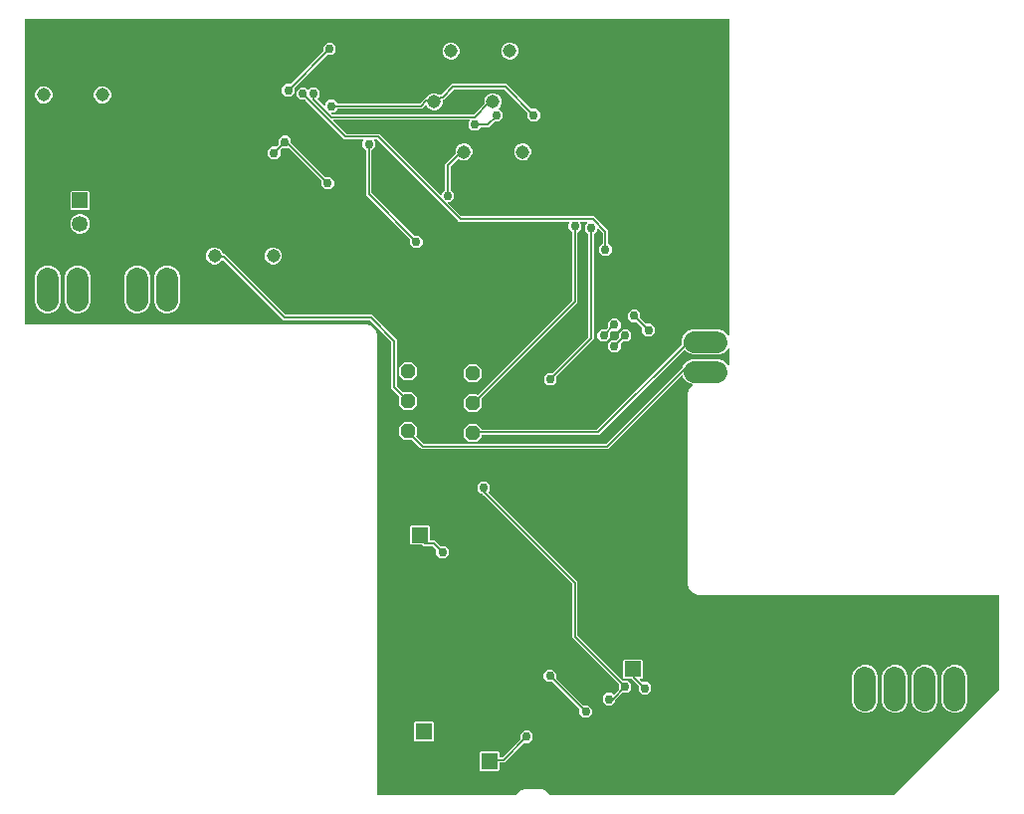
<source format=gbr>
G04 EAGLE Gerber X2 export*
%TF.Part,Single*%
%TF.FileFunction,Copper,L2,Bot,Mixed*%
%TF.FilePolarity,Positive*%
%TF.GenerationSoftware,Autodesk,EAGLE,9.2.2*%
%TF.CreationDate,2019-04-19T13:43:48Z*%
G75*
%MOMM*%
%FSLAX34Y34*%
%LPD*%
%INBottom Copper*%
%AMOC8*
5,1,8,0,0,1.08239X$1,22.5*%
G01*
%ADD10C,1.143000*%
%ADD11R,1.350000X1.350000*%
%ADD12C,1.350000*%
%ADD13P,1.307527X8X292.500000*%
%ADD14C,1.879600*%
%ADD15C,0.152400*%
%ADD16C,0.756400*%

G36*
X428807Y10162D02*
X428807Y10162D01*
X428814Y10161D01*
X428905Y10182D01*
X428997Y10200D01*
X429003Y10204D01*
X429009Y10206D01*
X429085Y10260D01*
X429163Y10313D01*
X429167Y10318D01*
X429172Y10322D01*
X429269Y10474D01*
X429386Y10756D01*
X432244Y13614D01*
X432576Y13751D01*
X433800Y14258D01*
X435025Y14766D01*
X435979Y15161D01*
X450021Y15161D01*
X453756Y13614D01*
X456614Y10756D01*
X456731Y10474D01*
X456734Y10468D01*
X456736Y10462D01*
X456790Y10385D01*
X456842Y10308D01*
X456848Y10304D01*
X456852Y10299D01*
X456931Y10249D01*
X457010Y10197D01*
X457016Y10196D01*
X457022Y10193D01*
X457199Y10161D01*
X750166Y10161D01*
X750174Y10162D01*
X750181Y10161D01*
X750271Y10182D01*
X750362Y10200D01*
X750369Y10205D01*
X750377Y10207D01*
X750525Y10309D01*
X839691Y99475D01*
X839695Y99482D01*
X839701Y99487D01*
X839750Y99565D01*
X839802Y99642D01*
X839803Y99650D01*
X839807Y99657D01*
X839839Y99834D01*
X839839Y179332D01*
X839838Y179337D01*
X839839Y179342D01*
X839818Y179435D01*
X839800Y179529D01*
X839797Y179533D01*
X839796Y179538D01*
X839740Y179616D01*
X839687Y179694D01*
X839683Y179697D01*
X839680Y179701D01*
X839598Y179752D01*
X839519Y179804D01*
X839514Y179804D01*
X839509Y179807D01*
X839332Y179839D01*
X582979Y179839D01*
X579244Y181386D01*
X576386Y184244D01*
X574839Y187979D01*
X574839Y352021D01*
X576386Y355756D01*
X578842Y358211D01*
X578843Y358214D01*
X578846Y358215D01*
X578898Y358296D01*
X578953Y358378D01*
X578953Y358381D01*
X578955Y358383D01*
X578972Y358479D01*
X578990Y358575D01*
X578990Y358578D01*
X578990Y358580D01*
X578969Y358677D01*
X578949Y358771D01*
X578947Y358773D01*
X578947Y358776D01*
X578890Y358856D01*
X578835Y358936D01*
X578832Y358937D01*
X578831Y358939D01*
X578748Y358991D01*
X578665Y359043D01*
X578663Y359044D01*
X578661Y359045D01*
X578483Y359077D01*
X578429Y359077D01*
X574415Y360740D01*
X571342Y363813D01*
X570270Y366400D01*
X570268Y366404D01*
X570267Y366408D01*
X570212Y366487D01*
X570159Y366567D01*
X570155Y366569D01*
X570153Y366572D01*
X570071Y366624D01*
X569991Y366677D01*
X569987Y366678D01*
X569984Y366680D01*
X569889Y366696D01*
X569794Y366714D01*
X569790Y366713D01*
X569786Y366713D01*
X569692Y366691D01*
X569598Y366671D01*
X569595Y366669D01*
X569591Y366668D01*
X569443Y366565D01*
X506915Y304037D01*
X348049Y304037D01*
X346561Y305525D01*
X340324Y311762D01*
X340319Y311765D01*
X340316Y311770D01*
X340236Y311820D01*
X340157Y311873D01*
X340152Y311874D01*
X340147Y311877D01*
X340053Y311893D01*
X339960Y311911D01*
X339955Y311910D01*
X339950Y311911D01*
X339857Y311889D01*
X339764Y311869D01*
X339759Y311866D01*
X339754Y311865D01*
X339711Y311835D01*
X333412Y311835D01*
X328981Y316266D01*
X328981Y322533D01*
X333412Y326964D01*
X339679Y326964D01*
X344111Y322533D01*
X344111Y316266D01*
X343558Y315714D01*
X343555Y315709D01*
X343551Y315706D01*
X343500Y315626D01*
X343447Y315547D01*
X343446Y315541D01*
X343443Y315537D01*
X343427Y315443D01*
X343409Y315350D01*
X343410Y315345D01*
X343409Y315339D01*
X343431Y315247D01*
X343451Y315154D01*
X343454Y315149D01*
X343455Y315144D01*
X343558Y314996D01*
X349795Y308759D01*
X349801Y308755D01*
X349806Y308749D01*
X349884Y308700D01*
X349962Y308648D01*
X349969Y308647D01*
X349976Y308643D01*
X350153Y308611D01*
X504811Y308611D01*
X504818Y308612D01*
X504826Y308611D01*
X504916Y308632D01*
X505007Y308650D01*
X505014Y308655D01*
X505021Y308657D01*
X505169Y308759D01*
X570383Y373973D01*
X570388Y373981D01*
X570396Y373986D01*
X570493Y374138D01*
X571342Y376187D01*
X574415Y379260D01*
X574942Y379478D01*
X576167Y379986D01*
X577391Y380493D01*
X577392Y380493D01*
X578429Y380923D01*
X601571Y380923D01*
X605585Y379260D01*
X608658Y376187D01*
X608863Y375691D01*
X608864Y375690D01*
X608864Y375689D01*
X608867Y375685D01*
X608867Y375682D01*
X608904Y375630D01*
X608919Y375608D01*
X608975Y375525D01*
X608976Y375524D01*
X608977Y375523D01*
X608983Y375519D01*
X608991Y375513D01*
X609057Y375471D01*
X609143Y375415D01*
X609144Y375414D01*
X609145Y375414D01*
X609242Y375396D01*
X609340Y375378D01*
X609341Y375378D01*
X609342Y375378D01*
X609442Y375400D01*
X609536Y375421D01*
X609537Y375421D01*
X609538Y375422D01*
X609618Y375479D01*
X609700Y375536D01*
X609700Y375537D01*
X609701Y375538D01*
X609753Y375620D01*
X609806Y375705D01*
X609807Y375707D01*
X609807Y375708D01*
X609839Y375885D01*
X609839Y389515D01*
X609839Y389516D01*
X609839Y389517D01*
X609820Y389611D01*
X609800Y389711D01*
X609799Y389712D01*
X609799Y389714D01*
X609742Y389796D01*
X609687Y389877D01*
X609686Y389878D01*
X609685Y389879D01*
X609600Y389934D01*
X609519Y389986D01*
X609518Y389987D01*
X609517Y389987D01*
X609418Y390005D01*
X609322Y390022D01*
X609320Y390022D01*
X609319Y390022D01*
X609222Y390000D01*
X609126Y389978D01*
X609125Y389978D01*
X609124Y389977D01*
X609044Y389920D01*
X608963Y389862D01*
X608962Y389861D01*
X608961Y389861D01*
X608863Y389709D01*
X608658Y389213D01*
X605585Y386140D01*
X605231Y385993D01*
X604006Y385486D01*
X602782Y384979D01*
X601571Y384477D01*
X578429Y384477D01*
X574415Y386140D01*
X572169Y388386D01*
X572165Y388389D01*
X572162Y388393D01*
X572081Y388444D01*
X572002Y388497D01*
X571997Y388498D01*
X571993Y388501D01*
X571899Y388517D01*
X571805Y388534D01*
X571800Y388533D01*
X571795Y388534D01*
X571702Y388513D01*
X571609Y388493D01*
X571605Y388490D01*
X571600Y388489D01*
X571452Y388386D01*
X499295Y316229D01*
X399492Y316229D01*
X399487Y316228D01*
X399482Y316229D01*
X399389Y316208D01*
X399296Y316190D01*
X399291Y316187D01*
X399286Y316186D01*
X399208Y316130D01*
X399130Y316077D01*
X399127Y316073D01*
X399123Y316070D01*
X399072Y315988D01*
X399021Y315909D01*
X399020Y315904D01*
X399017Y315899D01*
X398985Y315722D01*
X398985Y314907D01*
X394554Y310476D01*
X388287Y310476D01*
X383855Y314907D01*
X383855Y321174D01*
X388287Y325605D01*
X394554Y325605D01*
X399019Y321140D01*
X399024Y321113D01*
X399027Y321109D01*
X399029Y321104D01*
X399084Y321026D01*
X399137Y320948D01*
X399142Y320945D01*
X399145Y320941D01*
X399226Y320890D01*
X399305Y320838D01*
X399310Y320838D01*
X399315Y320835D01*
X399492Y320803D01*
X497191Y320803D01*
X497198Y320804D01*
X497206Y320803D01*
X497296Y320824D01*
X497387Y320842D01*
X497394Y320847D01*
X497401Y320849D01*
X497549Y320951D01*
X569531Y392933D01*
X569535Y392939D01*
X569541Y392944D01*
X569590Y393022D01*
X569642Y393100D01*
X569643Y393107D01*
X569647Y393114D01*
X569679Y393291D01*
X569679Y397573D01*
X571342Y401587D01*
X574415Y404660D01*
X574852Y404841D01*
X576076Y405348D01*
X577301Y405855D01*
X578429Y406323D01*
X601571Y406323D01*
X605585Y404660D01*
X608658Y401587D01*
X608863Y401091D01*
X608864Y401090D01*
X608864Y401089D01*
X608919Y401008D01*
X608975Y400925D01*
X608976Y400924D01*
X608977Y400923D01*
X609057Y400871D01*
X609143Y400815D01*
X609144Y400814D01*
X609145Y400814D01*
X609242Y400796D01*
X609340Y400778D01*
X609341Y400778D01*
X609342Y400778D01*
X609442Y400800D01*
X609536Y400821D01*
X609537Y400821D01*
X609538Y400822D01*
X609618Y400879D01*
X609700Y400936D01*
X609700Y400937D01*
X609701Y400938D01*
X609753Y401020D01*
X609806Y401105D01*
X609807Y401107D01*
X609807Y401108D01*
X609839Y401285D01*
X609839Y669332D01*
X609838Y669337D01*
X609839Y669342D01*
X609818Y669435D01*
X609800Y669529D01*
X609797Y669533D01*
X609796Y669538D01*
X609740Y669616D01*
X609687Y669694D01*
X609683Y669697D01*
X609680Y669701D01*
X609598Y669752D01*
X609519Y669804D01*
X609514Y669804D01*
X609509Y669807D01*
X609332Y669839D01*
X10668Y669839D01*
X10663Y669838D01*
X10658Y669839D01*
X10565Y669818D01*
X10471Y669800D01*
X10467Y669797D01*
X10462Y669796D01*
X10384Y669740D01*
X10306Y669687D01*
X10303Y669683D01*
X10299Y669680D01*
X10248Y669598D01*
X10196Y669519D01*
X10196Y669514D01*
X10193Y669509D01*
X10161Y669332D01*
X10161Y410668D01*
X10162Y410663D01*
X10161Y410658D01*
X10182Y410565D01*
X10200Y410471D01*
X10203Y410467D01*
X10204Y410462D01*
X10260Y410384D01*
X10313Y410306D01*
X10317Y410303D01*
X10320Y410299D01*
X10402Y410248D01*
X10481Y410196D01*
X10486Y410196D01*
X10491Y410193D01*
X10668Y410161D01*
X302021Y410161D01*
X305756Y408614D01*
X308614Y405756D01*
X310161Y402021D01*
X310161Y10668D01*
X310162Y10663D01*
X310161Y10658D01*
X310182Y10565D01*
X310200Y10471D01*
X310203Y10467D01*
X310204Y10462D01*
X310260Y10384D01*
X310313Y10306D01*
X310317Y10303D01*
X310320Y10299D01*
X310402Y10248D01*
X310481Y10196D01*
X310486Y10196D01*
X310491Y10193D01*
X310668Y10161D01*
X428801Y10161D01*
X428807Y10162D01*
G37*
%LPC*%
G36*
X388287Y335876D02*
X388287Y335876D01*
X383855Y340307D01*
X383855Y346574D01*
X388287Y351005D01*
X394554Y351005D01*
X395188Y350371D01*
X395192Y350368D01*
X395195Y350364D01*
X395275Y350313D01*
X395355Y350260D01*
X395360Y350259D01*
X395364Y350256D01*
X395458Y350240D01*
X395552Y350223D01*
X395557Y350224D01*
X395562Y350223D01*
X395654Y350244D01*
X395748Y350264D01*
X395752Y350267D01*
X395757Y350268D01*
X395905Y350371D01*
X476101Y430567D01*
X476105Y430573D01*
X476111Y430578D01*
X476160Y430656D01*
X476212Y430734D01*
X476213Y430741D01*
X476217Y430748D01*
X476249Y430925D01*
X476249Y488348D01*
X476248Y488356D01*
X476249Y488363D01*
X476228Y488453D01*
X476210Y488544D01*
X476205Y488551D01*
X476203Y488558D01*
X476101Y488706D01*
X473229Y491578D01*
X473229Y495974D01*
X473975Y496719D01*
X473976Y496722D01*
X473978Y496723D01*
X474030Y496803D01*
X474085Y496886D01*
X474086Y496889D01*
X474087Y496891D01*
X474105Y496987D01*
X474123Y497083D01*
X474123Y497086D01*
X474123Y497088D01*
X474102Y497185D01*
X474081Y497279D01*
X474080Y497281D01*
X474079Y497284D01*
X474023Y497364D01*
X473967Y497444D01*
X473965Y497445D01*
X473963Y497447D01*
X473880Y497499D01*
X473798Y497551D01*
X473795Y497552D01*
X473793Y497553D01*
X473616Y497585D01*
X380053Y497585D01*
X310097Y567541D01*
X310091Y567545D01*
X310086Y567551D01*
X310008Y567600D01*
X309930Y567652D01*
X309923Y567653D01*
X309916Y567657D01*
X309739Y567689D01*
X308196Y567689D01*
X308194Y567689D01*
X308191Y567689D01*
X308096Y567669D01*
X308000Y567650D01*
X307997Y567648D01*
X307995Y567648D01*
X307914Y567592D01*
X307834Y567537D01*
X307832Y567535D01*
X307830Y567533D01*
X307777Y567450D01*
X307725Y567369D01*
X307724Y567366D01*
X307723Y567364D01*
X307706Y567268D01*
X307689Y567172D01*
X307690Y567169D01*
X307689Y567167D01*
X307711Y567072D01*
X307733Y566976D01*
X307734Y566974D01*
X307735Y566971D01*
X307837Y566823D01*
X308583Y566078D01*
X308583Y561682D01*
X305711Y558810D01*
X305707Y558804D01*
X305701Y558799D01*
X305652Y558721D01*
X305600Y558643D01*
X305599Y558636D01*
X305595Y558629D01*
X305563Y558452D01*
X305563Y522129D01*
X305564Y522121D01*
X305563Y522113D01*
X305584Y522023D01*
X305602Y521932D01*
X305607Y521926D01*
X305609Y521918D01*
X305711Y521770D01*
X341654Y485827D01*
X341660Y485823D01*
X341665Y485817D01*
X341744Y485768D01*
X341821Y485716D01*
X341829Y485715D01*
X341835Y485711D01*
X342013Y485679D01*
X345757Y485679D01*
X348865Y482570D01*
X348865Y478174D01*
X345757Y475065D01*
X341360Y475065D01*
X338252Y478174D01*
X338252Y482552D01*
X338250Y482559D01*
X338251Y482567D01*
X338231Y482657D01*
X338212Y482748D01*
X338208Y482755D01*
X338206Y482762D01*
X338103Y482910D01*
X300989Y520024D01*
X300989Y558452D01*
X300988Y558460D01*
X300989Y558467D01*
X300968Y558557D01*
X300950Y558648D01*
X300945Y558655D01*
X300943Y558662D01*
X300841Y558810D01*
X297969Y561682D01*
X297969Y566078D01*
X298715Y566823D01*
X298716Y566826D01*
X298718Y566827D01*
X298770Y566907D01*
X298825Y566990D01*
X298826Y566993D01*
X298827Y566995D01*
X298844Y567089D01*
X298863Y567187D01*
X298863Y567190D01*
X298863Y567192D01*
X298842Y567289D01*
X298821Y567383D01*
X298820Y567385D01*
X298819Y567388D01*
X298763Y567468D01*
X298707Y567548D01*
X298705Y567549D01*
X298703Y567551D01*
X298620Y567603D01*
X298538Y567655D01*
X298535Y567656D01*
X298533Y567657D01*
X298356Y567689D01*
X282517Y567689D01*
X281029Y569177D01*
X249109Y601097D01*
X249103Y601101D01*
X249098Y601107D01*
X249020Y601156D01*
X248942Y601208D01*
X248935Y601209D01*
X248928Y601213D01*
X248751Y601245D01*
X244690Y601245D01*
X241581Y604354D01*
X241581Y608750D01*
X244690Y611859D01*
X249086Y611859D01*
X251101Y609844D01*
X251106Y609841D01*
X251109Y609836D01*
X251189Y609785D01*
X251268Y609733D01*
X251273Y609732D01*
X251278Y609729D01*
X251372Y609713D01*
X251465Y609695D01*
X251470Y609696D01*
X251476Y609695D01*
X251568Y609717D01*
X251661Y609737D01*
X251666Y609740D01*
X251671Y609741D01*
X251819Y609844D01*
X253834Y611859D01*
X258230Y611859D01*
X261339Y608750D01*
X261339Y604354D01*
X259474Y602489D01*
X259471Y602485D01*
X259467Y602482D01*
X259416Y602401D01*
X259363Y602322D01*
X259362Y602317D01*
X259359Y602313D01*
X259343Y602219D01*
X259326Y602125D01*
X259327Y602120D01*
X259326Y602115D01*
X259347Y602023D01*
X259367Y601929D01*
X259370Y601925D01*
X259371Y601920D01*
X259474Y601772D01*
X265099Y596147D01*
X265102Y596145D01*
X265103Y596143D01*
X265184Y596090D01*
X265266Y596036D01*
X265269Y596035D01*
X265271Y596034D01*
X265367Y596016D01*
X265463Y595998D01*
X265466Y595999D01*
X265468Y595998D01*
X265565Y596020D01*
X265659Y596040D01*
X265661Y596041D01*
X265664Y596042D01*
X265744Y596098D01*
X265824Y596154D01*
X265825Y596156D01*
X265827Y596158D01*
X265879Y596240D01*
X265931Y596323D01*
X265932Y596326D01*
X265933Y596328D01*
X265965Y596505D01*
X265965Y598082D01*
X269074Y601191D01*
X273470Y601191D01*
X276342Y598319D01*
X276348Y598315D01*
X276353Y598309D01*
X276431Y598260D01*
X276509Y598208D01*
X276516Y598207D01*
X276523Y598203D01*
X276700Y598171D01*
X346315Y598171D01*
X346322Y598172D01*
X346330Y598171D01*
X346420Y598192D01*
X346511Y598210D01*
X346518Y598215D01*
X346525Y598217D01*
X346673Y598319D01*
X351097Y602743D01*
X351862Y602743D01*
X351868Y602744D01*
X351875Y602743D01*
X351966Y602764D01*
X352058Y602782D01*
X352064Y602786D01*
X352070Y602787D01*
X352147Y602842D01*
X352224Y602895D01*
X352228Y602900D01*
X352233Y602904D01*
X352330Y603056D01*
X352668Y603871D01*
X354705Y605908D01*
X355456Y606219D01*
X355457Y606219D01*
X356681Y606726D01*
X357365Y607010D01*
X360246Y607010D01*
X362946Y605891D01*
X362965Y605880D01*
X363042Y605828D01*
X363049Y605827D01*
X363056Y605823D01*
X363233Y605791D01*
X364603Y605791D01*
X364610Y605792D01*
X364618Y605791D01*
X364708Y605812D01*
X364799Y605830D01*
X364806Y605835D01*
X364813Y605837D01*
X364961Y605939D01*
X373957Y614935D01*
X420047Y614935D01*
X421535Y613447D01*
X441263Y593719D01*
X441269Y593715D01*
X441274Y593709D01*
X441352Y593660D01*
X441430Y593608D01*
X441437Y593607D01*
X441444Y593603D01*
X441621Y593571D01*
X445682Y593571D01*
X448791Y590462D01*
X448791Y586066D01*
X445682Y582957D01*
X441286Y582957D01*
X438177Y586066D01*
X438177Y590127D01*
X438176Y590134D01*
X438177Y590142D01*
X438156Y590232D01*
X438138Y590323D01*
X438133Y590330D01*
X438131Y590337D01*
X438029Y590485D01*
X418301Y610213D01*
X418295Y610217D01*
X418290Y610223D01*
X418212Y610272D01*
X418134Y610324D01*
X418127Y610325D01*
X418120Y610329D01*
X417943Y610361D01*
X376061Y610361D01*
X376054Y610360D01*
X376046Y610361D01*
X375956Y610340D01*
X375865Y610322D01*
X375858Y610317D01*
X375851Y610315D01*
X375703Y610213D01*
X366707Y601217D01*
X366552Y601217D01*
X366547Y601216D01*
X366542Y601217D01*
X366449Y601196D01*
X366356Y601178D01*
X366352Y601175D01*
X366346Y601174D01*
X366269Y601118D01*
X366190Y601065D01*
X366187Y601061D01*
X366183Y601058D01*
X366132Y600976D01*
X366081Y600897D01*
X366080Y600892D01*
X366077Y600887D01*
X366045Y600710D01*
X366045Y598330D01*
X364943Y595669D01*
X362906Y593632D01*
X362487Y593459D01*
X361262Y592951D01*
X360246Y592530D01*
X357365Y592530D01*
X354705Y593632D01*
X352668Y595669D01*
X352321Y596507D01*
X352319Y596510D01*
X352318Y596514D01*
X352263Y596594D01*
X352209Y596673D01*
X352206Y596676D01*
X352204Y596679D01*
X352122Y596731D01*
X352042Y596784D01*
X352038Y596784D01*
X352034Y596786D01*
X351939Y596802D01*
X351844Y596820D01*
X351841Y596819D01*
X351837Y596820D01*
X351743Y596798D01*
X351649Y596778D01*
X351645Y596775D01*
X351642Y596774D01*
X351494Y596672D01*
X348419Y593597D01*
X276700Y593597D01*
X276692Y593596D01*
X276685Y593597D01*
X276595Y593576D01*
X276504Y593558D01*
X276497Y593553D01*
X276490Y593551D01*
X276342Y593449D01*
X273470Y590577D01*
X271893Y590577D01*
X271891Y590577D01*
X271888Y590577D01*
X271793Y590557D01*
X271697Y590538D01*
X271695Y590536D01*
X271692Y590536D01*
X271612Y590480D01*
X271531Y590425D01*
X271530Y590423D01*
X271527Y590421D01*
X271474Y590337D01*
X271422Y590257D01*
X271421Y590254D01*
X271420Y590252D01*
X271403Y590156D01*
X271386Y590060D01*
X271387Y590057D01*
X271386Y590055D01*
X271409Y589958D01*
X271430Y589864D01*
X271431Y589862D01*
X271432Y589859D01*
X271535Y589711D01*
X272071Y589175D01*
X272077Y589171D01*
X272082Y589165D01*
X272161Y589116D01*
X272238Y589064D01*
X272245Y589063D01*
X272252Y589059D01*
X272429Y589027D01*
X392035Y589027D01*
X392042Y589028D01*
X392050Y589027D01*
X392140Y589048D01*
X392231Y589066D01*
X392238Y589071D01*
X392245Y589073D01*
X392393Y589175D01*
X401417Y598199D01*
X401422Y598206D01*
X401428Y598210D01*
X401477Y598289D01*
X401528Y598366D01*
X401530Y598374D01*
X401534Y598380D01*
X401566Y598558D01*
X401566Y601210D01*
X402668Y603871D01*
X404705Y605908D01*
X405456Y606219D01*
X405457Y606219D01*
X406681Y606726D01*
X407365Y607010D01*
X410246Y607010D01*
X412906Y605908D01*
X414943Y603871D01*
X416045Y601210D01*
X416045Y598330D01*
X414943Y595669D01*
X413620Y594346D01*
X413617Y594342D01*
X413613Y594339D01*
X413562Y594259D01*
X413509Y594179D01*
X413508Y594174D01*
X413505Y594170D01*
X413489Y594076D01*
X413472Y593982D01*
X413473Y593977D01*
X413472Y593972D01*
X413493Y593879D01*
X413513Y593786D01*
X413516Y593782D01*
X413517Y593777D01*
X413620Y593629D01*
X416787Y590462D01*
X416787Y586066D01*
X413678Y582957D01*
X410673Y582957D01*
X410665Y582956D01*
X410658Y582957D01*
X410568Y582936D01*
X410477Y582918D01*
X410470Y582913D01*
X410462Y582911D01*
X410314Y582809D01*
X407022Y579516D01*
X405534Y578028D01*
X398638Y578028D01*
X398631Y578027D01*
X398623Y578028D01*
X398533Y578007D01*
X398442Y577989D01*
X398435Y577984D01*
X398428Y577982D01*
X398280Y577880D01*
X395408Y575008D01*
X391012Y575008D01*
X387903Y578117D01*
X387903Y582513D01*
X388978Y583587D01*
X388979Y583590D01*
X388981Y583591D01*
X389033Y583671D01*
X389089Y583754D01*
X389089Y583757D01*
X389091Y583759D01*
X389108Y583855D01*
X389126Y583951D01*
X389126Y583954D01*
X389126Y583956D01*
X389105Y584053D01*
X389085Y584147D01*
X389083Y584149D01*
X389083Y584152D01*
X389026Y584232D01*
X388970Y584312D01*
X388968Y584313D01*
X388967Y584315D01*
X388883Y584368D01*
X388801Y584419D01*
X388799Y584420D01*
X388796Y584421D01*
X388619Y584453D01*
X273445Y584453D01*
X273443Y584453D01*
X273440Y584453D01*
X273345Y584433D01*
X273249Y584414D01*
X273247Y584412D01*
X273244Y584412D01*
X273163Y584356D01*
X273083Y584301D01*
X273082Y584299D01*
X273079Y584297D01*
X273026Y584214D01*
X272974Y584133D01*
X272973Y584130D01*
X272972Y584128D01*
X272955Y584032D01*
X272938Y583936D01*
X272939Y583933D01*
X272938Y583931D01*
X272960Y583837D01*
X272982Y583740D01*
X272983Y583738D01*
X272984Y583735D01*
X273087Y583587D01*
X284263Y572411D01*
X284269Y572407D01*
X284274Y572401D01*
X284352Y572352D01*
X284430Y572300D01*
X284437Y572299D01*
X284444Y572295D01*
X284621Y572263D01*
X311843Y572263D01*
X364159Y519947D01*
X364162Y519945D01*
X364163Y519943D01*
X364244Y519890D01*
X364326Y519836D01*
X364329Y519835D01*
X364331Y519834D01*
X364427Y519816D01*
X364523Y519798D01*
X364526Y519799D01*
X364528Y519798D01*
X364625Y519820D01*
X364719Y519840D01*
X364721Y519841D01*
X364724Y519842D01*
X364804Y519898D01*
X364884Y519954D01*
X364885Y519956D01*
X364887Y519958D01*
X364939Y520040D01*
X364991Y520123D01*
X364992Y520126D01*
X364993Y520128D01*
X365025Y520305D01*
X365025Y521882D01*
X367897Y524754D01*
X367901Y524760D01*
X367907Y524765D01*
X367956Y524843D01*
X368008Y524920D01*
X368009Y524928D01*
X368013Y524935D01*
X368045Y525112D01*
X368045Y546539D01*
X376710Y555204D01*
X376715Y555211D01*
X376721Y555215D01*
X376770Y555294D01*
X376821Y555371D01*
X376823Y555379D01*
X376827Y555386D01*
X376859Y555563D01*
X376859Y558450D01*
X377961Y561111D01*
X379998Y563148D01*
X381114Y563610D01*
X382339Y564117D01*
X382659Y564250D01*
X385539Y564250D01*
X388200Y563148D01*
X390236Y561111D01*
X391338Y558450D01*
X391338Y555570D01*
X390236Y552909D01*
X388200Y550872D01*
X388145Y550850D01*
X388144Y550850D01*
X386920Y550342D01*
X385695Y549835D01*
X385539Y549770D01*
X382659Y549770D01*
X379998Y550872D01*
X379781Y551089D01*
X379776Y551092D01*
X379773Y551097D01*
X379692Y551148D01*
X379614Y551200D01*
X379609Y551201D01*
X379604Y551204D01*
X379510Y551220D01*
X379417Y551238D01*
X379412Y551237D01*
X379407Y551238D01*
X379314Y551216D01*
X379221Y551196D01*
X379217Y551193D01*
X379211Y551192D01*
X379063Y551089D01*
X372767Y544793D01*
X372763Y544787D01*
X372757Y544782D01*
X372708Y544704D01*
X372656Y544626D01*
X372655Y544619D01*
X372651Y544612D01*
X372619Y544435D01*
X372619Y525112D01*
X372620Y525104D01*
X372619Y525097D01*
X372640Y525007D01*
X372658Y524916D01*
X372663Y524909D01*
X372665Y524902D01*
X372767Y524754D01*
X375639Y521882D01*
X375639Y517486D01*
X372530Y514377D01*
X370953Y514377D01*
X370951Y514377D01*
X370948Y514377D01*
X370853Y514357D01*
X370757Y514338D01*
X370755Y514336D01*
X370752Y514336D01*
X370671Y514280D01*
X370591Y514225D01*
X370590Y514223D01*
X370587Y514221D01*
X370534Y514138D01*
X370482Y514057D01*
X370481Y514054D01*
X370480Y514052D01*
X370463Y513956D01*
X370446Y513860D01*
X370447Y513857D01*
X370446Y513855D01*
X370468Y513761D01*
X370490Y513664D01*
X370491Y513662D01*
X370492Y513659D01*
X370595Y513511D01*
X381799Y502307D01*
X381805Y502303D01*
X381810Y502297D01*
X381888Y502248D01*
X381966Y502196D01*
X381973Y502195D01*
X381980Y502191D01*
X382157Y502159D01*
X494723Y502159D01*
X506731Y490151D01*
X506731Y479392D01*
X506732Y479384D01*
X506731Y479377D01*
X506752Y479287D01*
X506770Y479196D01*
X506775Y479189D01*
X506777Y479182D01*
X506879Y479034D01*
X509751Y476162D01*
X509751Y471766D01*
X506642Y468657D01*
X502246Y468657D01*
X499137Y471766D01*
X499137Y476162D01*
X502009Y479034D01*
X502013Y479040D01*
X502019Y479045D01*
X502068Y479123D01*
X502120Y479201D01*
X502121Y479208D01*
X502125Y479215D01*
X502157Y479392D01*
X502157Y488047D01*
X502156Y488054D01*
X502157Y488062D01*
X502136Y488152D01*
X502118Y488243D01*
X502113Y488250D01*
X502111Y488257D01*
X502009Y488405D01*
X498425Y491989D01*
X498422Y491991D01*
X498421Y491993D01*
X498340Y492046D01*
X498258Y492100D01*
X498255Y492101D01*
X498253Y492102D01*
X498157Y492120D01*
X498061Y492138D01*
X498058Y492137D01*
X498056Y492138D01*
X497959Y492116D01*
X497865Y492096D01*
X497863Y492095D01*
X497860Y492094D01*
X497780Y492038D01*
X497700Y491982D01*
X497699Y491980D01*
X497697Y491978D01*
X497645Y491896D01*
X497593Y491813D01*
X497592Y491810D01*
X497591Y491808D01*
X497559Y491631D01*
X497559Y490054D01*
X494687Y487182D01*
X494683Y487176D01*
X494677Y487171D01*
X494628Y487093D01*
X494576Y487015D01*
X494575Y487008D01*
X494571Y487001D01*
X494539Y486824D01*
X494539Y397446D01*
X463023Y365931D01*
X463019Y365924D01*
X463012Y365920D01*
X462964Y365841D01*
X462912Y365764D01*
X462911Y365756D01*
X462907Y365749D01*
X462875Y365572D01*
X462875Y361511D01*
X459766Y358403D01*
X455370Y358403D01*
X452261Y361511D01*
X452261Y365908D01*
X455370Y369016D01*
X459431Y369016D01*
X459438Y369018D01*
X459446Y369016D01*
X459536Y369037D01*
X459627Y369056D01*
X459634Y369060D01*
X459641Y369062D01*
X459789Y369165D01*
X489817Y399192D01*
X489821Y399199D01*
X489827Y399203D01*
X489876Y399282D01*
X489928Y399359D01*
X489929Y399367D01*
X489933Y399374D01*
X489965Y399551D01*
X489965Y486824D01*
X489964Y486832D01*
X489965Y486839D01*
X489944Y486929D01*
X489926Y487020D01*
X489921Y487027D01*
X489919Y487034D01*
X489817Y487182D01*
X486945Y490054D01*
X486945Y494450D01*
X489215Y496719D01*
X489216Y496722D01*
X489218Y496723D01*
X489271Y496804D01*
X489325Y496886D01*
X489326Y496889D01*
X489327Y496891D01*
X489345Y496987D01*
X489363Y497083D01*
X489363Y497086D01*
X489363Y497088D01*
X489342Y497185D01*
X489321Y497279D01*
X489320Y497281D01*
X489319Y497284D01*
X489263Y497364D01*
X489207Y497444D01*
X489205Y497445D01*
X489203Y497447D01*
X489121Y497499D01*
X489038Y497551D01*
X489035Y497552D01*
X489033Y497553D01*
X488856Y497585D01*
X483456Y497585D01*
X483454Y497585D01*
X483451Y497585D01*
X483356Y497565D01*
X483260Y497546D01*
X483257Y497544D01*
X483255Y497544D01*
X483174Y497488D01*
X483094Y497433D01*
X483092Y497431D01*
X483090Y497429D01*
X483037Y497346D01*
X482985Y497265D01*
X482984Y497262D01*
X482983Y497260D01*
X482966Y497164D01*
X482949Y497068D01*
X482950Y497065D01*
X482949Y497063D01*
X482971Y496968D01*
X482993Y496872D01*
X482994Y496870D01*
X482995Y496867D01*
X483097Y496719D01*
X483843Y495974D01*
X483843Y491578D01*
X480971Y488706D01*
X480967Y488700D01*
X480961Y488695D01*
X480912Y488617D01*
X480860Y488539D01*
X480859Y488532D01*
X480855Y488525D01*
X480823Y488348D01*
X480823Y428821D01*
X399133Y347132D01*
X399129Y347125D01*
X399123Y347120D01*
X399074Y347042D01*
X399023Y346965D01*
X399021Y346957D01*
X399017Y346950D01*
X398985Y346773D01*
X398985Y340307D01*
X394554Y335876D01*
X388287Y335876D01*
G37*
%LPD*%
%LPC*%
G36*
X333412Y337235D02*
X333412Y337235D01*
X328981Y341666D01*
X328981Y347933D01*
X329162Y348114D01*
X329165Y348119D01*
X329170Y348122D01*
X329221Y348202D01*
X329273Y348281D01*
X329274Y348286D01*
X329277Y348291D01*
X329293Y348385D01*
X329311Y348478D01*
X329310Y348483D01*
X329311Y348489D01*
X329289Y348581D01*
X329269Y348674D01*
X329266Y348679D01*
X329265Y348684D01*
X329162Y348832D01*
X322325Y355669D01*
X322325Y395083D01*
X322324Y395090D01*
X322325Y395098D01*
X322304Y395188D01*
X322286Y395279D01*
X322281Y395286D01*
X322279Y395293D01*
X322177Y395441D01*
X304001Y413617D01*
X303995Y413621D01*
X303990Y413627D01*
X303912Y413676D01*
X303834Y413728D01*
X303827Y413729D01*
X303820Y413733D01*
X303643Y413765D01*
X230701Y413765D01*
X229213Y415253D01*
X179178Y465288D01*
X179175Y465290D01*
X179172Y465294D01*
X179091Y465346D01*
X179011Y465399D01*
X179007Y465400D01*
X179004Y465402D01*
X178908Y465419D01*
X178814Y465437D01*
X178810Y465436D01*
X178806Y465437D01*
X178712Y465415D01*
X178618Y465395D01*
X178615Y465393D01*
X178611Y465392D01*
X178532Y465336D01*
X178453Y465281D01*
X178451Y465278D01*
X178448Y465275D01*
X178351Y465124D01*
X178024Y464336D01*
X175988Y462299D01*
X175460Y462081D01*
X174235Y461574D01*
X173327Y461197D01*
X170447Y461197D01*
X167786Y462299D01*
X165749Y464336D01*
X164647Y466997D01*
X164647Y469877D01*
X165749Y472538D01*
X167786Y474575D01*
X168430Y474841D01*
X169654Y475349D01*
X170447Y475677D01*
X173327Y475677D01*
X175988Y474575D01*
X178024Y472538D01*
X178882Y470468D01*
X178885Y470462D01*
X178887Y470456D01*
X178941Y470379D01*
X178994Y470301D01*
X178999Y470298D01*
X179003Y470293D01*
X179083Y470243D01*
X179161Y470191D01*
X179168Y470190D01*
X179173Y470187D01*
X179350Y470155D01*
X180779Y470155D01*
X232447Y418487D01*
X232453Y418483D01*
X232458Y418477D01*
X232536Y418428D01*
X232614Y418376D01*
X232621Y418375D01*
X232628Y418371D01*
X232805Y418339D01*
X305747Y418339D01*
X326899Y397187D01*
X326899Y357773D01*
X326900Y357766D01*
X326899Y357758D01*
X326920Y357668D01*
X326938Y357577D01*
X326943Y357570D01*
X326945Y357563D01*
X327047Y357415D01*
X332396Y352066D01*
X332401Y352063D01*
X332404Y352058D01*
X332484Y352008D01*
X332563Y351955D01*
X332568Y351954D01*
X332573Y351951D01*
X332667Y351935D01*
X332760Y351917D01*
X332765Y351918D01*
X332770Y351917D01*
X332863Y351939D01*
X332956Y351959D01*
X332961Y351962D01*
X332966Y351963D01*
X333114Y352066D01*
X333412Y352364D01*
X339679Y352364D01*
X344111Y347933D01*
X344111Y341666D01*
X339679Y337235D01*
X333412Y337235D01*
G37*
%LPD*%
%LPC*%
G36*
X505294Y86133D02*
X505294Y86133D01*
X502185Y89242D01*
X502185Y93638D01*
X505294Y96747D01*
X509690Y96747D01*
X510793Y95644D01*
X510797Y95641D01*
X510800Y95637D01*
X510880Y95586D01*
X510960Y95533D01*
X510965Y95532D01*
X510969Y95529D01*
X511063Y95513D01*
X511157Y95496D01*
X511162Y95497D01*
X511167Y95496D01*
X511259Y95517D01*
X511353Y95537D01*
X511357Y95540D01*
X511362Y95541D01*
X511510Y95644D01*
X515753Y99887D01*
X515757Y99893D01*
X515763Y99898D01*
X515812Y99976D01*
X515864Y100054D01*
X515865Y100061D01*
X515869Y100068D01*
X515901Y100245D01*
X515901Y103971D01*
X515900Y103978D01*
X515901Y103986D01*
X515880Y104076D01*
X515862Y104167D01*
X515857Y104174D01*
X515855Y104181D01*
X515753Y104329D01*
X476249Y143833D01*
X476249Y189343D01*
X476248Y189350D01*
X476249Y189358D01*
X476228Y189448D01*
X476210Y189539D01*
X476205Y189546D01*
X476203Y189553D01*
X476101Y189701D01*
X399985Y265817D01*
X399979Y265821D01*
X399974Y265827D01*
X399896Y265876D01*
X399818Y265928D01*
X399811Y265929D01*
X399804Y265933D01*
X399627Y265965D01*
X398614Y265965D01*
X395505Y269074D01*
X395505Y273470D01*
X398614Y276579D01*
X403010Y276579D01*
X406119Y273470D01*
X406119Y269074D01*
X405016Y267971D01*
X405013Y267967D01*
X405009Y267964D01*
X404958Y267883D01*
X404905Y267804D01*
X404904Y267799D01*
X404901Y267795D01*
X404885Y267701D01*
X404868Y267607D01*
X404869Y267602D01*
X404868Y267597D01*
X404889Y267505D01*
X404909Y267411D01*
X404912Y267407D01*
X404913Y267402D01*
X405016Y267254D01*
X480823Y191447D01*
X480823Y145937D01*
X480824Y145930D01*
X480823Y145922D01*
X480844Y145832D01*
X480862Y145741D01*
X480867Y145734D01*
X480869Y145727D01*
X480971Y145579D01*
X518987Y107563D01*
X518993Y107559D01*
X518998Y107553D01*
X519076Y107504D01*
X519154Y107452D01*
X519161Y107451D01*
X519168Y107447D01*
X519345Y107415D01*
X523406Y107415D01*
X526515Y104306D01*
X526515Y99910D01*
X523406Y96801D01*
X519345Y96801D01*
X519338Y96800D01*
X519330Y96801D01*
X519240Y96780D01*
X519149Y96762D01*
X519142Y96757D01*
X519135Y96755D01*
X518987Y96653D01*
X512947Y90613D01*
X512943Y90607D01*
X512937Y90602D01*
X512888Y90524D01*
X512836Y90446D01*
X512835Y90439D01*
X512831Y90432D01*
X512799Y90255D01*
X512799Y89242D01*
X509690Y86133D01*
X505294Y86133D01*
G37*
%LPD*%
%LPC*%
G36*
X53227Y419679D02*
X53227Y419679D01*
X49213Y421342D01*
X46140Y424415D01*
X44477Y428429D01*
X44477Y451571D01*
X46140Y455585D01*
X49213Y458658D01*
X50320Y459117D01*
X51545Y459624D01*
X52769Y460131D01*
X52770Y460131D01*
X53227Y460321D01*
X57573Y460321D01*
X61587Y458658D01*
X64660Y455585D01*
X66323Y451571D01*
X66323Y428429D01*
X64660Y424415D01*
X61587Y421342D01*
X60746Y420994D01*
X59521Y420486D01*
X58297Y419979D01*
X57573Y419679D01*
X53227Y419679D01*
G37*
%LPD*%
%LPC*%
G36*
X27827Y419679D02*
X27827Y419679D01*
X23813Y421342D01*
X20740Y424415D01*
X19077Y428429D01*
X19077Y451571D01*
X20740Y455585D01*
X23813Y458658D01*
X24920Y459117D01*
X26145Y459624D01*
X27369Y460131D01*
X27370Y460131D01*
X27827Y460321D01*
X32173Y460321D01*
X36187Y458658D01*
X39260Y455585D01*
X40923Y451571D01*
X40923Y428429D01*
X39260Y424415D01*
X36187Y421342D01*
X35346Y420994D01*
X34121Y420486D01*
X32897Y419979D01*
X32173Y419679D01*
X27827Y419679D01*
G37*
%LPD*%
%LPC*%
G36*
X129427Y419679D02*
X129427Y419679D01*
X125413Y421342D01*
X122340Y424415D01*
X120677Y428429D01*
X120677Y451571D01*
X122340Y455585D01*
X125413Y458658D01*
X126520Y459117D01*
X127745Y459624D01*
X128969Y460131D01*
X128970Y460131D01*
X129427Y460321D01*
X133773Y460321D01*
X137787Y458658D01*
X140860Y455585D01*
X142523Y451571D01*
X142523Y428429D01*
X140860Y424415D01*
X137787Y421342D01*
X136946Y420994D01*
X135721Y420486D01*
X134497Y419979D01*
X133773Y419679D01*
X129427Y419679D01*
G37*
%LPD*%
%LPC*%
G36*
X104027Y419679D02*
X104027Y419679D01*
X100013Y421342D01*
X96940Y424415D01*
X95277Y428429D01*
X95277Y451571D01*
X96940Y455585D01*
X100013Y458658D01*
X101120Y459117D01*
X102345Y459624D01*
X103569Y460131D01*
X103570Y460131D01*
X104027Y460321D01*
X108373Y460321D01*
X112387Y458658D01*
X115460Y455585D01*
X117123Y451571D01*
X117123Y428429D01*
X115460Y424415D01*
X112387Y421342D01*
X111546Y420994D01*
X110321Y420486D01*
X109097Y419979D01*
X108373Y419679D01*
X104027Y419679D01*
G37*
%LPD*%
%LPC*%
G36*
X774027Y79679D02*
X774027Y79679D01*
X770013Y81342D01*
X766940Y84415D01*
X765277Y88429D01*
X765277Y111571D01*
X766940Y115585D01*
X770013Y118658D01*
X770240Y118752D01*
X771464Y119259D01*
X772689Y119766D01*
X773913Y120274D01*
X773914Y120274D01*
X774027Y120321D01*
X778373Y120321D01*
X782387Y118658D01*
X785460Y115585D01*
X787123Y111571D01*
X787123Y88429D01*
X785460Y84415D01*
X782387Y81342D01*
X781890Y81136D01*
X780665Y80629D01*
X779441Y80122D01*
X778373Y79679D01*
X774027Y79679D01*
G37*
%LPD*%
%LPC*%
G36*
X799427Y79679D02*
X799427Y79679D01*
X795413Y81342D01*
X792340Y84415D01*
X790677Y88429D01*
X790677Y111571D01*
X792340Y115585D01*
X795413Y118658D01*
X795640Y118752D01*
X796864Y119259D01*
X798089Y119766D01*
X799313Y120274D01*
X799314Y120274D01*
X799427Y120321D01*
X803773Y120321D01*
X807787Y118658D01*
X810860Y115585D01*
X812523Y111571D01*
X812523Y88429D01*
X810860Y84415D01*
X807787Y81342D01*
X807290Y81136D01*
X806065Y80629D01*
X804841Y80122D01*
X803773Y79679D01*
X799427Y79679D01*
G37*
%LPD*%
%LPC*%
G36*
X748627Y79679D02*
X748627Y79679D01*
X744613Y81342D01*
X741540Y84415D01*
X739877Y88429D01*
X739877Y111571D01*
X741540Y115585D01*
X744613Y118658D01*
X744840Y118752D01*
X746064Y119259D01*
X747289Y119766D01*
X748513Y120274D01*
X748514Y120274D01*
X748627Y120321D01*
X752973Y120321D01*
X756987Y118658D01*
X760060Y115585D01*
X761723Y111571D01*
X761723Y88429D01*
X760060Y84415D01*
X756987Y81342D01*
X756490Y81136D01*
X755265Y80629D01*
X754041Y80122D01*
X752973Y79679D01*
X748627Y79679D01*
G37*
%LPD*%
%LPC*%
G36*
X723227Y79679D02*
X723227Y79679D01*
X719213Y81342D01*
X716140Y84415D01*
X714477Y88429D01*
X714477Y111571D01*
X716140Y115585D01*
X719213Y118658D01*
X719440Y118752D01*
X720664Y119259D01*
X721889Y119766D01*
X723113Y120274D01*
X723114Y120274D01*
X723227Y120321D01*
X727573Y120321D01*
X731587Y118658D01*
X734660Y115585D01*
X736323Y111571D01*
X736323Y88429D01*
X734660Y84415D01*
X731587Y81342D01*
X731090Y81136D01*
X729865Y80629D01*
X728641Y80122D01*
X727573Y79679D01*
X723227Y79679D01*
G37*
%LPD*%
%LPC*%
G36*
X398373Y30362D02*
X398373Y30362D01*
X397480Y31255D01*
X397480Y46018D01*
X398373Y46912D01*
X413136Y46912D01*
X414029Y46018D01*
X414029Y42418D01*
X414030Y42413D01*
X414029Y42408D01*
X414050Y42315D01*
X414069Y42221D01*
X414072Y42217D01*
X414073Y42212D01*
X414128Y42134D01*
X414181Y42056D01*
X414186Y42053D01*
X414189Y42049D01*
X414270Y41998D01*
X414349Y41946D01*
X414355Y41946D01*
X414359Y41943D01*
X414536Y41911D01*
X416419Y41911D01*
X416426Y41912D01*
X416434Y41911D01*
X416524Y41932D01*
X416615Y41950D01*
X416622Y41955D01*
X416629Y41957D01*
X416777Y42059D01*
X431933Y57215D01*
X431937Y57221D01*
X431943Y57226D01*
X431992Y57304D01*
X432044Y57382D01*
X432045Y57389D01*
X432049Y57396D01*
X432081Y57573D01*
X432081Y61634D01*
X435190Y64743D01*
X439586Y64743D01*
X442695Y61634D01*
X442695Y57238D01*
X439586Y54129D01*
X435525Y54129D01*
X435518Y54128D01*
X435510Y54129D01*
X435420Y54108D01*
X435329Y54090D01*
X435322Y54085D01*
X435315Y54083D01*
X435167Y53981D01*
X418523Y37337D01*
X414536Y37337D01*
X414531Y37336D01*
X414526Y37337D01*
X414433Y37316D01*
X414340Y37298D01*
X414335Y37295D01*
X414330Y37294D01*
X414253Y37238D01*
X414174Y37185D01*
X414171Y37181D01*
X414167Y37178D01*
X414116Y37096D01*
X414065Y37017D01*
X414064Y37012D01*
X414061Y37007D01*
X414029Y36830D01*
X414029Y31255D01*
X413136Y30362D01*
X398373Y30362D01*
G37*
%LPD*%
%LPC*%
G36*
X266026Y525045D02*
X266026Y525045D01*
X262917Y528154D01*
X262917Y532215D01*
X262916Y532222D01*
X262917Y532230D01*
X262896Y532320D01*
X262878Y532411D01*
X262873Y532418D01*
X262871Y532425D01*
X262769Y532573D01*
X234904Y560438D01*
X234900Y560441D01*
X234897Y560445D01*
X234817Y560496D01*
X234737Y560549D01*
X234732Y560550D01*
X234728Y560553D01*
X234634Y560569D01*
X234540Y560586D01*
X234535Y560585D01*
X234530Y560586D01*
X234437Y560565D01*
X234344Y560545D01*
X234340Y560542D01*
X234335Y560541D01*
X234187Y560438D01*
X233846Y560097D01*
X229785Y560097D01*
X229778Y560096D01*
X229770Y560097D01*
X229680Y560076D01*
X229589Y560058D01*
X229582Y560053D01*
X229575Y560051D01*
X229427Y559949D01*
X227959Y558481D01*
X227955Y558475D01*
X227949Y558470D01*
X227900Y558392D01*
X227848Y558314D01*
X227847Y558307D01*
X227843Y558300D01*
X227811Y558123D01*
X227811Y554062D01*
X224702Y550953D01*
X220306Y550953D01*
X217197Y554062D01*
X217197Y558458D01*
X220306Y561567D01*
X224367Y561567D01*
X224374Y561568D01*
X224382Y561567D01*
X224472Y561588D01*
X224563Y561606D01*
X224570Y561611D01*
X224577Y561613D01*
X224725Y561715D01*
X226193Y563183D01*
X226197Y563189D01*
X226203Y563194D01*
X226252Y563272D01*
X226304Y563350D01*
X226305Y563357D01*
X226309Y563364D01*
X226341Y563541D01*
X226341Y567602D01*
X229450Y570711D01*
X233846Y570711D01*
X236955Y567602D01*
X236955Y565065D01*
X236956Y565058D01*
X236955Y565050D01*
X236976Y564960D01*
X236994Y564869D01*
X236999Y564862D01*
X237001Y564855D01*
X237103Y564707D01*
X266003Y535807D01*
X266009Y535803D01*
X266014Y535797D01*
X266092Y535748D01*
X266170Y535696D01*
X266177Y535695D01*
X266184Y535691D01*
X266361Y535659D01*
X270422Y535659D01*
X273531Y532550D01*
X273531Y528154D01*
X270422Y525045D01*
X266026Y525045D01*
G37*
%LPD*%
%LPC*%
G36*
X363562Y211101D02*
X363562Y211101D01*
X360453Y214210D01*
X360453Y218271D01*
X360452Y218278D01*
X360453Y218286D01*
X360432Y218376D01*
X360414Y218467D01*
X360409Y218474D01*
X360407Y218481D01*
X360305Y218629D01*
X357341Y221593D01*
X357335Y221597D01*
X357330Y221603D01*
X357252Y221652D01*
X357174Y221704D01*
X357167Y221705D01*
X357160Y221709D01*
X356983Y221741D01*
X351313Y221741D01*
X351276Y221734D01*
X351239Y221736D01*
X351169Y221712D01*
X351117Y221702D01*
X351096Y221688D01*
X351068Y221678D01*
X350869Y221568D01*
X350339Y221721D01*
X350283Y221726D01*
X350198Y221741D01*
X349646Y221741D01*
X349485Y221902D01*
X349454Y221923D01*
X349429Y221951D01*
X349363Y221984D01*
X349318Y222013D01*
X349294Y222018D01*
X349268Y222031D01*
X349049Y222094D01*
X348865Y222428D01*
X348814Y222488D01*
X348768Y222552D01*
X348749Y222564D01*
X348735Y222581D01*
X348665Y222617D01*
X348598Y222658D01*
X348575Y222662D01*
X348556Y222672D01*
X348501Y222676D01*
X348421Y222690D01*
X339387Y222690D01*
X338493Y223583D01*
X338493Y238346D01*
X339387Y239240D01*
X354150Y239240D01*
X355043Y238346D01*
X355043Y226822D01*
X355044Y226817D01*
X355043Y226812D01*
X355064Y226719D01*
X355082Y226625D01*
X355085Y226621D01*
X355087Y226616D01*
X355142Y226538D01*
X355195Y226460D01*
X355199Y226457D01*
X355203Y226453D01*
X355284Y226402D01*
X355363Y226350D01*
X355368Y226350D01*
X355373Y226347D01*
X355550Y226315D01*
X359087Y226315D01*
X363539Y221863D01*
X363545Y221859D01*
X363550Y221853D01*
X363628Y221804D01*
X363706Y221752D01*
X363713Y221751D01*
X363720Y221747D01*
X363897Y221715D01*
X367958Y221715D01*
X371067Y218606D01*
X371067Y214210D01*
X367958Y211101D01*
X363562Y211101D01*
G37*
%LPD*%
%LPC*%
G36*
X535774Y95277D02*
X535774Y95277D01*
X532665Y98386D01*
X532665Y102447D01*
X532664Y102454D01*
X532665Y102462D01*
X532644Y102552D01*
X532626Y102643D01*
X532621Y102650D01*
X532619Y102657D01*
X532517Y102805D01*
X526879Y108443D01*
X526872Y108447D01*
X526868Y108454D01*
X526789Y108503D01*
X526712Y108554D01*
X526704Y108555D01*
X526698Y108560D01*
X526520Y108592D01*
X520666Y108592D01*
X519773Y109485D01*
X519773Y124248D01*
X520666Y125141D01*
X535429Y125141D01*
X536322Y124248D01*
X536322Y109485D01*
X535429Y108592D01*
X534423Y108592D01*
X534420Y108591D01*
X534418Y108592D01*
X534323Y108571D01*
X534226Y108552D01*
X534224Y108551D01*
X534222Y108550D01*
X534141Y108494D01*
X534061Y108439D01*
X534059Y108437D01*
X534057Y108436D01*
X534004Y108352D01*
X533951Y108271D01*
X533951Y108269D01*
X533949Y108267D01*
X533933Y108170D01*
X533916Y108074D01*
X533916Y108071D01*
X533916Y108069D01*
X533938Y107975D01*
X533959Y107878D01*
X533961Y107876D01*
X533961Y107874D01*
X534064Y107726D01*
X535751Y106039D01*
X535757Y106035D01*
X535762Y106029D01*
X535840Y105980D01*
X535918Y105928D01*
X535925Y105927D01*
X535932Y105923D01*
X536109Y105891D01*
X540170Y105891D01*
X543279Y102782D01*
X543279Y98386D01*
X540170Y95277D01*
X535774Y95277D01*
G37*
%LPD*%
%LPC*%
G36*
X232498Y604293D02*
X232498Y604293D01*
X229389Y607402D01*
X229389Y611798D01*
X232498Y614907D01*
X236559Y614907D01*
X236566Y614908D01*
X236574Y614907D01*
X236664Y614928D01*
X236755Y614946D01*
X236762Y614951D01*
X236769Y614953D01*
X236917Y615055D01*
X264293Y642431D01*
X264297Y642437D01*
X264303Y642442D01*
X264352Y642520D01*
X264404Y642598D01*
X264405Y642605D01*
X264409Y642612D01*
X264441Y642789D01*
X264441Y646850D01*
X267550Y649959D01*
X271946Y649959D01*
X275055Y646850D01*
X275055Y642454D01*
X271946Y639345D01*
X267885Y639345D01*
X267878Y639344D01*
X267870Y639345D01*
X267780Y639324D01*
X267689Y639306D01*
X267682Y639301D01*
X267675Y639299D01*
X267527Y639197D01*
X240151Y611821D01*
X240147Y611815D01*
X240141Y611810D01*
X240092Y611732D01*
X240040Y611654D01*
X240039Y611647D01*
X240035Y611640D01*
X240003Y611463D01*
X240003Y607402D01*
X236894Y604293D01*
X232498Y604293D01*
G37*
%LPD*%
%LPC*%
G36*
X485482Y75465D02*
X485482Y75465D01*
X482373Y78574D01*
X482373Y82635D01*
X482372Y82642D01*
X482373Y82650D01*
X482352Y82740D01*
X482334Y82831D01*
X482329Y82838D01*
X482327Y82845D01*
X482225Y82993D01*
X459421Y105797D01*
X459415Y105801D01*
X459410Y105807D01*
X459332Y105856D01*
X459254Y105908D01*
X459247Y105909D01*
X459240Y105913D01*
X459063Y105945D01*
X455002Y105945D01*
X451893Y109054D01*
X451893Y113450D01*
X455002Y116559D01*
X459398Y116559D01*
X462507Y113450D01*
X462507Y109389D01*
X462508Y109382D01*
X462507Y109374D01*
X462528Y109284D01*
X462546Y109193D01*
X462551Y109186D01*
X462553Y109179D01*
X462655Y109031D01*
X485459Y86227D01*
X485465Y86223D01*
X485470Y86217D01*
X485548Y86168D01*
X485626Y86116D01*
X485633Y86115D01*
X485640Y86111D01*
X485817Y86079D01*
X489878Y86079D01*
X492987Y82970D01*
X492987Y78574D01*
X489878Y75465D01*
X485482Y75465D01*
G37*
%LPD*%
%LPC*%
G36*
X50014Y507448D02*
X50014Y507448D01*
X49120Y508341D01*
X49120Y523105D01*
X50014Y523998D01*
X64777Y523998D01*
X65670Y523105D01*
X65670Y508341D01*
X64777Y507448D01*
X50014Y507448D01*
G37*
%LPD*%
%LPC*%
G36*
X342674Y55611D02*
X342674Y55611D01*
X341781Y56504D01*
X341781Y71267D01*
X342674Y72161D01*
X357437Y72161D01*
X358330Y71267D01*
X358330Y56504D01*
X357437Y55611D01*
X342674Y55611D01*
G37*
%LPD*%
%LPC*%
G36*
X55749Y487448D02*
X55749Y487448D01*
X52708Y488708D01*
X50380Y491036D01*
X49120Y494077D01*
X49120Y497369D01*
X50380Y500410D01*
X52708Y502738D01*
X52713Y502740D01*
X53937Y503247D01*
X53938Y503247D01*
X55162Y503755D01*
X55749Y503998D01*
X59041Y503998D01*
X62082Y502738D01*
X64410Y500410D01*
X65670Y497369D01*
X65670Y494077D01*
X64410Y491036D01*
X62082Y488708D01*
X61479Y488458D01*
X61478Y488458D01*
X60254Y487951D01*
X59041Y487448D01*
X55749Y487448D01*
G37*
%LPD*%
%LPC*%
G36*
X538822Y400077D02*
X538822Y400077D01*
X535713Y403186D01*
X535713Y407247D01*
X535712Y407254D01*
X535713Y407262D01*
X535692Y407351D01*
X535674Y407443D01*
X535669Y407450D01*
X535667Y407457D01*
X535565Y407605D01*
X531049Y412121D01*
X531043Y412125D01*
X531038Y412131D01*
X530960Y412180D01*
X530882Y412232D01*
X530875Y412233D01*
X530868Y412237D01*
X530691Y412269D01*
X526630Y412269D01*
X523521Y415378D01*
X523521Y419774D01*
X526630Y422883D01*
X531026Y422883D01*
X534135Y419774D01*
X534135Y415713D01*
X534136Y415706D01*
X534135Y415698D01*
X534156Y415608D01*
X534174Y415517D01*
X534179Y415510D01*
X534181Y415503D01*
X534283Y415355D01*
X538799Y410839D01*
X538805Y410835D01*
X538810Y410829D01*
X538888Y410780D01*
X538966Y410728D01*
X538973Y410727D01*
X538980Y410723D01*
X539157Y410691D01*
X543218Y410691D01*
X546327Y407582D01*
X546327Y403186D01*
X543218Y400077D01*
X538822Y400077D01*
G37*
%LPD*%
%LPC*%
G36*
X500722Y395505D02*
X500722Y395505D01*
X497613Y398614D01*
X497613Y403010D01*
X500722Y406119D01*
X504783Y406119D01*
X504790Y406120D01*
X504798Y406119D01*
X504888Y406140D01*
X504979Y406158D01*
X504986Y406163D01*
X504993Y406165D01*
X505141Y406267D01*
X506609Y407735D01*
X506613Y407741D01*
X506619Y407746D01*
X506668Y407824D01*
X506720Y407902D01*
X506721Y407909D01*
X506725Y407916D01*
X506757Y408093D01*
X506757Y412154D01*
X509866Y415263D01*
X514262Y415263D01*
X517371Y412154D01*
X517371Y407758D01*
X514262Y404649D01*
X510201Y404649D01*
X510194Y404648D01*
X510186Y404649D01*
X510096Y404628D01*
X510005Y404610D01*
X509998Y404605D01*
X509991Y404603D01*
X509843Y404501D01*
X508375Y403033D01*
X508371Y403027D01*
X508365Y403022D01*
X508316Y402944D01*
X508264Y402866D01*
X508263Y402859D01*
X508259Y402852D01*
X508227Y402675D01*
X508227Y398614D01*
X505118Y395505D01*
X500722Y395505D01*
G37*
%LPD*%
%LPC*%
G36*
X509866Y386361D02*
X509866Y386361D01*
X506757Y389470D01*
X506757Y393866D01*
X509866Y396975D01*
X513927Y396975D01*
X513934Y396976D01*
X513942Y396975D01*
X514032Y396996D01*
X514123Y397014D01*
X514130Y397019D01*
X514137Y397021D01*
X514285Y397123D01*
X515753Y398591D01*
X515757Y398597D01*
X515763Y398602D01*
X515812Y398680D01*
X515864Y398758D01*
X515865Y398765D01*
X515869Y398772D01*
X515901Y398949D01*
X515901Y403010D01*
X519010Y406119D01*
X523406Y406119D01*
X526515Y403010D01*
X526515Y398614D01*
X523406Y395505D01*
X519345Y395505D01*
X519338Y395504D01*
X519330Y395505D01*
X519240Y395484D01*
X519149Y395466D01*
X519142Y395461D01*
X519135Y395459D01*
X518987Y395357D01*
X517519Y393889D01*
X517515Y393883D01*
X517509Y393878D01*
X517460Y393800D01*
X517408Y393722D01*
X517407Y393715D01*
X517403Y393708D01*
X517371Y393531D01*
X517371Y389470D01*
X514262Y386361D01*
X509866Y386361D01*
G37*
%LPD*%
%LPC*%
G36*
X388287Y361276D02*
X388287Y361276D01*
X383855Y365707D01*
X383855Y371974D01*
X388287Y376405D01*
X394554Y376405D01*
X398985Y371974D01*
X398985Y365707D01*
X394554Y361276D01*
X388287Y361276D01*
G37*
%LPD*%
%LPC*%
G36*
X333412Y362635D02*
X333412Y362635D01*
X328981Y367066D01*
X328981Y373333D01*
X333412Y377764D01*
X339679Y377764D01*
X344111Y373333D01*
X344111Y367066D01*
X339679Y362635D01*
X333412Y362635D01*
G37*
%LPD*%
%LPC*%
G36*
X220447Y461197D02*
X220447Y461197D01*
X217786Y462299D01*
X215749Y464336D01*
X214647Y466997D01*
X214647Y469877D01*
X215749Y472538D01*
X217786Y474575D01*
X218430Y474841D01*
X219654Y475349D01*
X220447Y475677D01*
X223327Y475677D01*
X225988Y474575D01*
X228024Y472538D01*
X229126Y469877D01*
X229126Y466997D01*
X228024Y464336D01*
X225988Y462299D01*
X225460Y462081D01*
X224235Y461574D01*
X223327Y461197D01*
X220447Y461197D01*
G37*
%LPD*%
%LPC*%
G36*
X432659Y549770D02*
X432659Y549770D01*
X429998Y550872D01*
X427961Y552909D01*
X426859Y555570D01*
X426859Y558450D01*
X427961Y561111D01*
X429998Y563148D01*
X431114Y563610D01*
X432339Y564117D01*
X432659Y564250D01*
X435539Y564250D01*
X438200Y563148D01*
X440236Y561111D01*
X441338Y558450D01*
X441338Y555570D01*
X440236Y552909D01*
X438200Y550872D01*
X438145Y550850D01*
X438144Y550850D01*
X436920Y550342D01*
X435695Y549835D01*
X435539Y549770D01*
X432659Y549770D01*
G37*
%LPD*%
%LPC*%
G36*
X371721Y635629D02*
X371721Y635629D01*
X369061Y636731D01*
X367024Y638768D01*
X365922Y641429D01*
X365922Y644309D01*
X367024Y646970D01*
X369061Y649006D01*
X369855Y649335D01*
X371079Y649843D01*
X371721Y650109D01*
X374602Y650109D01*
X377263Y649006D01*
X379299Y646970D01*
X380401Y644309D01*
X380401Y641429D01*
X379299Y638768D01*
X377263Y636731D01*
X376885Y636575D01*
X375660Y636068D01*
X374602Y635629D01*
X371721Y635629D01*
G37*
%LPD*%
%LPC*%
G36*
X421721Y635629D02*
X421721Y635629D01*
X419061Y636731D01*
X417024Y638768D01*
X415922Y641429D01*
X415922Y644309D01*
X417024Y646970D01*
X419061Y649006D01*
X419855Y649335D01*
X421079Y649843D01*
X421721Y650109D01*
X424602Y650109D01*
X427263Y649006D01*
X429299Y646970D01*
X430401Y644309D01*
X430401Y641429D01*
X429299Y638768D01*
X427263Y636731D01*
X426885Y636575D01*
X425660Y636068D01*
X424602Y635629D01*
X421721Y635629D01*
G37*
%LPD*%
%LPC*%
G36*
X25201Y598335D02*
X25201Y598335D01*
X22540Y599438D01*
X20503Y601474D01*
X19401Y604135D01*
X19401Y607015D01*
X20503Y609676D01*
X22540Y611713D01*
X22747Y611799D01*
X22748Y611799D01*
X23972Y612306D01*
X25197Y612813D01*
X25201Y612815D01*
X28081Y612815D01*
X30742Y611713D01*
X32778Y609676D01*
X33880Y607015D01*
X33880Y604135D01*
X32778Y601474D01*
X30742Y599438D01*
X29778Y599038D01*
X28553Y598531D01*
X28081Y598335D01*
X25201Y598335D01*
G37*
%LPD*%
%LPC*%
G36*
X75201Y598335D02*
X75201Y598335D01*
X72540Y599438D01*
X70503Y601474D01*
X69401Y604135D01*
X69401Y607015D01*
X70503Y609676D01*
X72540Y611713D01*
X72747Y611799D01*
X72748Y611799D01*
X73972Y612306D01*
X75197Y612813D01*
X75201Y612815D01*
X78081Y612815D01*
X80742Y611713D01*
X82778Y609676D01*
X83880Y607015D01*
X83880Y604135D01*
X82778Y601474D01*
X80742Y599438D01*
X79778Y599038D01*
X78553Y598531D01*
X78081Y598335D01*
X75201Y598335D01*
G37*
%LPD*%
D10*
X221887Y468437D03*
X171887Y468437D03*
D11*
X57395Y515723D03*
D12*
X57395Y495723D03*
D10*
X384099Y557010D03*
X434099Y557010D03*
X408805Y599770D03*
X358805Y599770D03*
X373162Y642869D03*
X423162Y642869D03*
D13*
X336546Y319400D03*
X336546Y344800D03*
X336546Y370200D03*
X391420Y318041D03*
X391420Y343441D03*
X391420Y368841D03*
D14*
X30000Y430602D02*
X30000Y449398D01*
X55400Y449398D02*
X55400Y430602D01*
X80800Y430602D02*
X80800Y449398D01*
X106200Y449398D02*
X106200Y430602D01*
X131600Y430602D02*
X131600Y449398D01*
D10*
X26641Y605575D03*
X76641Y605575D03*
D14*
X700000Y109398D02*
X700000Y90602D01*
X725400Y90602D02*
X725400Y109398D01*
X750800Y109398D02*
X750800Y90602D01*
X776200Y90602D02*
X776200Y109398D01*
X801600Y109398D02*
X801600Y90602D01*
D11*
X346768Y230965D03*
D12*
X326768Y230965D03*
D11*
X350056Y63886D03*
D12*
X330056Y63886D03*
D11*
X405754Y38637D03*
D12*
X405754Y18637D03*
D11*
X528047Y116866D03*
D12*
X548047Y116866D03*
D14*
X580602Y370000D02*
X599398Y370000D01*
X599398Y395400D02*
X580602Y395400D01*
D15*
X457200Y111252D02*
X487680Y80772D01*
X512064Y391668D02*
X521208Y400812D01*
X269748Y644652D02*
X234696Y609600D01*
D16*
X487680Y80772D03*
X457200Y111252D03*
X521208Y400812D03*
X512064Y391668D03*
X234696Y609600D03*
X269748Y644652D03*
X457200Y454152D03*
X498348Y565404D03*
X472440Y143256D03*
X222504Y519684D03*
D15*
X222504Y556260D02*
X231648Y565404D01*
X233172Y565404D02*
X268224Y530352D01*
X233172Y565404D02*
X231648Y565404D01*
D16*
X507492Y91440D03*
X231648Y565404D03*
X222504Y556260D03*
X400812Y271272D03*
X268224Y530352D03*
D15*
X521208Y102108D02*
X510540Y91440D01*
X507492Y91440D01*
X521208Y102108D02*
X478536Y144780D01*
X478536Y190500D01*
X400812Y268224D01*
X400812Y271272D01*
D16*
X521208Y102108D03*
D15*
X502920Y400812D02*
X512064Y409956D01*
D16*
X512064Y409956D03*
X502920Y400812D03*
D15*
X492252Y398394D02*
X492252Y492252D01*
X492252Y398394D02*
X457568Y363709D01*
D16*
X492252Y492252D03*
X457568Y363709D03*
D15*
X528828Y417576D02*
X541020Y405384D01*
D16*
X528828Y417576D03*
X541020Y405384D03*
D15*
X343558Y480372D02*
X343558Y480689D01*
X303276Y520971D01*
X303276Y563880D01*
D16*
X303276Y563880D03*
X343558Y480372D03*
D15*
X283464Y569976D02*
X246888Y606552D01*
X283464Y569976D02*
X310896Y569976D01*
X381000Y499872D01*
X493776Y499872D01*
X504444Y489204D01*
X504444Y473964D01*
D16*
X246888Y606552D03*
X504444Y473964D03*
D15*
X478536Y493776D02*
X478536Y429768D01*
X391668Y342900D01*
X391420Y343441D01*
X179832Y467868D02*
X172212Y467868D01*
X179832Y467868D02*
X231648Y416052D01*
X304800Y416052D01*
X324612Y396240D01*
X324612Y356616D01*
X335280Y345948D01*
X172212Y467868D02*
X171887Y468437D01*
X335280Y345948D02*
X336546Y344800D01*
D16*
X478536Y493776D03*
D15*
X370332Y519684D02*
X370332Y545592D01*
X381814Y557074D01*
X384099Y557010D01*
D16*
X370332Y519684D03*
D15*
X256032Y601980D02*
X256032Y606552D01*
X256032Y601980D02*
X271272Y586740D01*
X393192Y586740D01*
X405384Y598932D01*
X408432Y598932D01*
X408805Y599770D01*
D16*
X256032Y606552D03*
D15*
X404587Y580315D02*
X411747Y587475D01*
X404587Y580315D02*
X393210Y580315D01*
X411480Y588264D02*
X411747Y587997D01*
X411747Y587475D01*
D16*
X411480Y588264D03*
X393210Y580315D03*
D15*
X419100Y612648D02*
X443484Y588264D01*
X419100Y612648D02*
X374904Y612648D01*
X365760Y603504D01*
X364236Y603504D01*
X359664Y598932D01*
X358805Y599770D01*
X347472Y595884D02*
X271272Y595884D01*
X347472Y595884D02*
X352044Y600456D01*
X358140Y600456D01*
X358805Y599770D01*
D16*
X443484Y588264D03*
X271272Y595884D03*
D15*
X336804Y318516D02*
X348996Y306324D01*
X505968Y306324D01*
X573024Y373380D01*
X591312Y373380D01*
X336804Y318516D02*
X336546Y319400D01*
X590000Y370000D02*
X591312Y373380D01*
X498348Y318516D02*
X391668Y318516D01*
X498348Y318516D02*
X577596Y397764D01*
X591312Y397764D01*
X391668Y318516D02*
X391420Y318041D01*
X590000Y395400D02*
X591312Y397764D01*
X358140Y224028D02*
X350594Y224028D01*
X358140Y224028D02*
X365760Y216408D01*
X350594Y224028D02*
X346768Y230965D01*
D16*
X365760Y216408D03*
D15*
X406908Y39624D02*
X417576Y39624D01*
X437388Y59436D01*
X406908Y39624D02*
X405754Y38637D01*
D16*
X437388Y59436D03*
D15*
X528828Y109728D02*
X528828Y115824D01*
X528828Y109728D02*
X537972Y100584D01*
X528828Y115824D02*
X528047Y116866D01*
D16*
X537972Y100584D03*
M02*

</source>
